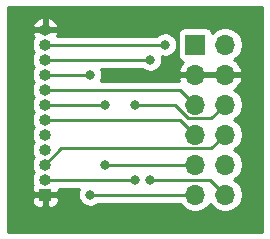
<source format=gbr>
%TF.GenerationSoftware,KiCad,Pcbnew,5.1.10*%
%TF.CreationDate,2021-12-30T18:02:29+01:00*%
%TF.ProjectId,Mini_SI4432_PMOD,4d696e69-5f53-4493-9434-33325f504d4f,rev?*%
%TF.SameCoordinates,Original*%
%TF.FileFunction,Copper,L1,Top*%
%TF.FilePolarity,Positive*%
%FSLAX46Y46*%
G04 Gerber Fmt 4.6, Leading zero omitted, Abs format (unit mm)*
G04 Created by KiCad (PCBNEW 5.1.10) date 2021-12-30 18:02:29*
%MOMM*%
%LPD*%
G01*
G04 APERTURE LIST*
%TA.AperFunction,ComponentPad*%
%ADD10O,1.700000X1.700000*%
%TD*%
%TA.AperFunction,ComponentPad*%
%ADD11R,1.700000X1.700000*%
%TD*%
%TA.AperFunction,ComponentPad*%
%ADD12O,1.000000X1.000000*%
%TD*%
%TA.AperFunction,ComponentPad*%
%ADD13R,1.000000X1.000000*%
%TD*%
%TA.AperFunction,ViaPad*%
%ADD14C,0.800000*%
%TD*%
%TA.AperFunction,Conductor*%
%ADD15C,0.250000*%
%TD*%
%TA.AperFunction,Conductor*%
%ADD16C,0.254000*%
%TD*%
%TA.AperFunction,Conductor*%
%ADD17C,0.100000*%
%TD*%
G04 APERTURE END LIST*
D10*
%TO.P,J2,12*%
%TO.N,nIRQ*%
X152400000Y-55880000D03*
%TO.P,J2,11*%
%TO.N,nCS*%
X149860000Y-55880000D03*
%TO.P,J2,10*%
%TO.N,nSD*%
X152400000Y-53340000D03*
%TO.P,J2,9*%
%TO.N,MOSI*%
X149860000Y-53340000D03*
%TO.P,J2,8*%
%TO.N,GPIO1*%
X152400000Y-50800000D03*
%TO.P,J2,7*%
%TO.N,MISO*%
X149860000Y-50800000D03*
%TO.P,J2,6*%
%TO.N,GPIO0*%
X152400000Y-48260000D03*
%TO.P,J2,5*%
%TO.N,SCK*%
X149860000Y-48260000D03*
%TO.P,J2,4*%
%TO.N,GND*%
X152400000Y-45720000D03*
%TO.P,J2,3*%
X149860000Y-45720000D03*
%TO.P,J2,2*%
%TO.N,VCC*%
X152400000Y-43180000D03*
D11*
%TO.P,J2,1*%
X149860000Y-43180000D03*
%TD*%
D12*
%TO.P,J1,12*%
%TO.N,GND*%
X137160000Y-41910000D03*
%TO.P,J1,11*%
%TO.N,nSD*%
X137160000Y-43180000D03*
%TO.P,J1,10*%
%TO.N,nIRQ*%
X137160000Y-44450000D03*
%TO.P,J1,9*%
%TO.N,nCS*%
X137160000Y-45720000D03*
%TO.P,J1,8*%
%TO.N,SCK*%
X137160000Y-46990000D03*
%TO.P,J1,7*%
%TO.N,MOSI*%
X137160000Y-48260000D03*
%TO.P,J1,6*%
%TO.N,MISO*%
X137160000Y-49530000D03*
%TO.P,J1,5*%
%TO.N,VCC*%
X137160000Y-50800000D03*
%TO.P,J1,4*%
%TO.N,GPIO2*%
X137160000Y-52070000D03*
%TO.P,J1,3*%
%TO.N,GPIO1*%
X137160000Y-53340000D03*
%TO.P,J1,2*%
%TO.N,GPIO0*%
X137160000Y-54610000D03*
D13*
%TO.P,J1,1*%
%TO.N,GND*%
X137160000Y-55880000D03*
%TD*%
D14*
%TO.N,nSD*%
X147320000Y-43180000D03*
%TO.N,nIRQ*%
X146050000Y-44450000D03*
X146050000Y-54610000D03*
%TO.N,nCS*%
X140970000Y-55880000D03*
X140970000Y-45720000D03*
%TO.N,MOSI*%
X142240000Y-48260000D03*
X142240000Y-53340000D03*
%TO.N,GPIO0*%
X144780000Y-54610000D03*
X144780000Y-48260000D03*
%TD*%
D15*
%TO.N,nSD*%
X137160000Y-43180000D02*
X147320000Y-43180000D01*
%TO.N,nIRQ*%
X137160000Y-44450000D02*
X146050000Y-44450000D01*
X151130000Y-54610000D02*
X152400000Y-55880000D01*
X146050000Y-54610000D02*
X151130000Y-54610000D01*
%TO.N,nCS*%
X149860000Y-55880000D02*
X140970000Y-55880000D01*
X137160000Y-45720000D02*
X140970000Y-45720000D01*
%TO.N,SCK*%
X148590000Y-46990000D02*
X149860000Y-48260000D01*
X137160000Y-46990000D02*
X148590000Y-46990000D01*
%TO.N,MOSI*%
X137160000Y-48260000D02*
X142240000Y-48260000D01*
X142240000Y-53340000D02*
X149860000Y-53340000D01*
%TO.N,MISO*%
X148590000Y-49530000D02*
X149860000Y-50800000D01*
X137160000Y-49530000D02*
X148590000Y-49530000D01*
%TO.N,GPIO1*%
X151224999Y-51975001D02*
X152400000Y-50800000D01*
X138524999Y-51975001D02*
X151224999Y-51975001D01*
X137160000Y-53340000D02*
X138524999Y-51975001D01*
%TO.N,GPIO0*%
X137160000Y-54610000D02*
X144780000Y-54610000D01*
X151224999Y-49435001D02*
X152400000Y-48260000D01*
X149295999Y-49435001D02*
X151224999Y-49435001D01*
X148120998Y-48260000D02*
X149295999Y-49435001D01*
X144780000Y-48260000D02*
X148120998Y-48260000D01*
%TD*%
D16*
%TO.N,GND*%
X155550000Y-59030000D02*
X134010000Y-59030000D01*
X134010000Y-56380000D01*
X136021928Y-56380000D01*
X136034188Y-56504482D01*
X136070498Y-56624180D01*
X136129463Y-56734494D01*
X136208815Y-56831185D01*
X136305506Y-56910537D01*
X136415820Y-56969502D01*
X136535518Y-57005812D01*
X136660000Y-57018072D01*
X136874250Y-57015000D01*
X137033000Y-56856250D01*
X137033000Y-56007000D01*
X137287000Y-56007000D01*
X137287000Y-56856250D01*
X137445750Y-57015000D01*
X137660000Y-57018072D01*
X137784482Y-57005812D01*
X137904180Y-56969502D01*
X138014494Y-56910537D01*
X138111185Y-56831185D01*
X138190537Y-56734494D01*
X138249502Y-56624180D01*
X138285812Y-56504482D01*
X138298072Y-56380000D01*
X138295000Y-56165750D01*
X138136250Y-56007000D01*
X137287000Y-56007000D01*
X137033000Y-56007000D01*
X136183750Y-56007000D01*
X136025000Y-56165750D01*
X136021928Y-56380000D01*
X134010000Y-56380000D01*
X134010000Y-55380000D01*
X136021928Y-55380000D01*
X136025000Y-55594250D01*
X136183750Y-55753000D01*
X137033000Y-55753000D01*
X137033000Y-55741974D01*
X137048212Y-55745000D01*
X137271788Y-55745000D01*
X137287000Y-55741974D01*
X137287000Y-55753000D01*
X138136250Y-55753000D01*
X138295000Y-55594250D01*
X138298072Y-55380000D01*
X138297087Y-55370000D01*
X140065987Y-55370000D01*
X140052795Y-55389744D01*
X139974774Y-55578102D01*
X139935000Y-55778061D01*
X139935000Y-55981939D01*
X139974774Y-56181898D01*
X140052795Y-56370256D01*
X140166063Y-56539774D01*
X140310226Y-56683937D01*
X140479744Y-56797205D01*
X140668102Y-56875226D01*
X140868061Y-56915000D01*
X141071939Y-56915000D01*
X141271898Y-56875226D01*
X141460256Y-56797205D01*
X141629774Y-56683937D01*
X141673711Y-56640000D01*
X148581822Y-56640000D01*
X148706525Y-56826632D01*
X148913368Y-57033475D01*
X149156589Y-57195990D01*
X149426842Y-57307932D01*
X149713740Y-57365000D01*
X150006260Y-57365000D01*
X150293158Y-57307932D01*
X150563411Y-57195990D01*
X150806632Y-57033475D01*
X151013475Y-56826632D01*
X151130000Y-56652240D01*
X151246525Y-56826632D01*
X151453368Y-57033475D01*
X151696589Y-57195990D01*
X151966842Y-57307932D01*
X152253740Y-57365000D01*
X152546260Y-57365000D01*
X152833158Y-57307932D01*
X153103411Y-57195990D01*
X153346632Y-57033475D01*
X153553475Y-56826632D01*
X153715990Y-56583411D01*
X153827932Y-56313158D01*
X153885000Y-56026260D01*
X153885000Y-55733740D01*
X153827932Y-55446842D01*
X153715990Y-55176589D01*
X153553475Y-54933368D01*
X153346632Y-54726525D01*
X153172240Y-54610000D01*
X153346632Y-54493475D01*
X153553475Y-54286632D01*
X153715990Y-54043411D01*
X153827932Y-53773158D01*
X153885000Y-53486260D01*
X153885000Y-53193740D01*
X153827932Y-52906842D01*
X153715990Y-52636589D01*
X153553475Y-52393368D01*
X153346632Y-52186525D01*
X153172240Y-52070000D01*
X153346632Y-51953475D01*
X153553475Y-51746632D01*
X153715990Y-51503411D01*
X153827932Y-51233158D01*
X153885000Y-50946260D01*
X153885000Y-50653740D01*
X153827932Y-50366842D01*
X153715990Y-50096589D01*
X153553475Y-49853368D01*
X153346632Y-49646525D01*
X153172240Y-49530000D01*
X153346632Y-49413475D01*
X153553475Y-49206632D01*
X153715990Y-48963411D01*
X153827932Y-48693158D01*
X153885000Y-48406260D01*
X153885000Y-48113740D01*
X153827932Y-47826842D01*
X153715990Y-47556589D01*
X153553475Y-47313368D01*
X153346632Y-47106525D01*
X153164466Y-46984805D01*
X153281355Y-46915178D01*
X153497588Y-46720269D01*
X153671641Y-46486920D01*
X153796825Y-46224099D01*
X153841476Y-46076890D01*
X153720155Y-45847000D01*
X152527000Y-45847000D01*
X152527000Y-45867000D01*
X152273000Y-45867000D01*
X152273000Y-45847000D01*
X149987000Y-45847000D01*
X149987000Y-45867000D01*
X149733000Y-45867000D01*
X149733000Y-45847000D01*
X148539845Y-45847000D01*
X148418524Y-46076890D01*
X148463175Y-46224099D01*
X148465986Y-46230000D01*
X141874013Y-46230000D01*
X141887205Y-46210256D01*
X141965226Y-46021898D01*
X142005000Y-45821939D01*
X142005000Y-45618061D01*
X141965226Y-45418102D01*
X141887205Y-45229744D01*
X141874013Y-45210000D01*
X145346289Y-45210000D01*
X145390226Y-45253937D01*
X145559744Y-45367205D01*
X145748102Y-45445226D01*
X145948061Y-45485000D01*
X146151939Y-45485000D01*
X146351898Y-45445226D01*
X146540256Y-45367205D01*
X146709774Y-45253937D01*
X146853937Y-45109774D01*
X146967205Y-44940256D01*
X147045226Y-44751898D01*
X147085000Y-44551939D01*
X147085000Y-44348061D01*
X147051961Y-44181961D01*
X147218061Y-44215000D01*
X147421939Y-44215000D01*
X147621898Y-44175226D01*
X147810256Y-44097205D01*
X147979774Y-43983937D01*
X148123937Y-43839774D01*
X148237205Y-43670256D01*
X148315226Y-43481898D01*
X148355000Y-43281939D01*
X148355000Y-43078061D01*
X148315226Y-42878102D01*
X148237205Y-42689744D01*
X148123937Y-42520226D01*
X147979774Y-42376063D01*
X147910836Y-42330000D01*
X148371928Y-42330000D01*
X148371928Y-44030000D01*
X148384188Y-44154482D01*
X148420498Y-44274180D01*
X148479463Y-44384494D01*
X148558815Y-44481185D01*
X148655506Y-44560537D01*
X148765820Y-44619502D01*
X148846466Y-44643966D01*
X148762412Y-44719731D01*
X148588359Y-44953080D01*
X148463175Y-45215901D01*
X148418524Y-45363110D01*
X148539845Y-45593000D01*
X149733000Y-45593000D01*
X149733000Y-45573000D01*
X149987000Y-45573000D01*
X149987000Y-45593000D01*
X152273000Y-45593000D01*
X152273000Y-45573000D01*
X152527000Y-45573000D01*
X152527000Y-45593000D01*
X153720155Y-45593000D01*
X153841476Y-45363110D01*
X153796825Y-45215901D01*
X153671641Y-44953080D01*
X153497588Y-44719731D01*
X153281355Y-44524822D01*
X153164466Y-44455195D01*
X153346632Y-44333475D01*
X153553475Y-44126632D01*
X153715990Y-43883411D01*
X153827932Y-43613158D01*
X153885000Y-43326260D01*
X153885000Y-43033740D01*
X153827932Y-42746842D01*
X153715990Y-42476589D01*
X153553475Y-42233368D01*
X153346632Y-42026525D01*
X153103411Y-41864010D01*
X152833158Y-41752068D01*
X152546260Y-41695000D01*
X152253740Y-41695000D01*
X151966842Y-41752068D01*
X151696589Y-41864010D01*
X151453368Y-42026525D01*
X151321513Y-42158380D01*
X151299502Y-42085820D01*
X151240537Y-41975506D01*
X151161185Y-41878815D01*
X151064494Y-41799463D01*
X150954180Y-41740498D01*
X150834482Y-41704188D01*
X150710000Y-41691928D01*
X149010000Y-41691928D01*
X148885518Y-41704188D01*
X148765820Y-41740498D01*
X148655506Y-41799463D01*
X148558815Y-41878815D01*
X148479463Y-41975506D01*
X148420498Y-42085820D01*
X148384188Y-42205518D01*
X148371928Y-42330000D01*
X147910836Y-42330000D01*
X147810256Y-42262795D01*
X147621898Y-42184774D01*
X147421939Y-42145000D01*
X147218061Y-42145000D01*
X147018102Y-42184774D01*
X146829744Y-42262795D01*
X146660226Y-42376063D01*
X146616289Y-42420000D01*
X138169424Y-42420000D01*
X138237446Y-42266864D01*
X138254119Y-42211874D01*
X138127954Y-42037000D01*
X137287000Y-42037000D01*
X137287000Y-42048026D01*
X137271788Y-42045000D01*
X137048212Y-42045000D01*
X137033000Y-42048026D01*
X137033000Y-42037000D01*
X136192046Y-42037000D01*
X136065881Y-42211874D01*
X136082554Y-42266864D01*
X136172877Y-42470206D01*
X136222353Y-42540342D01*
X136154176Y-42642376D01*
X136068617Y-42848933D01*
X136025000Y-43068212D01*
X136025000Y-43291788D01*
X136068617Y-43511067D01*
X136154176Y-43717624D01*
X136219241Y-43815000D01*
X136154176Y-43912376D01*
X136068617Y-44118933D01*
X136025000Y-44338212D01*
X136025000Y-44561788D01*
X136068617Y-44781067D01*
X136154176Y-44987624D01*
X136219241Y-45085000D01*
X136154176Y-45182376D01*
X136068617Y-45388933D01*
X136025000Y-45608212D01*
X136025000Y-45831788D01*
X136068617Y-46051067D01*
X136154176Y-46257624D01*
X136219241Y-46355000D01*
X136154176Y-46452376D01*
X136068617Y-46658933D01*
X136025000Y-46878212D01*
X136025000Y-47101788D01*
X136068617Y-47321067D01*
X136154176Y-47527624D01*
X136219241Y-47625000D01*
X136154176Y-47722376D01*
X136068617Y-47928933D01*
X136025000Y-48148212D01*
X136025000Y-48371788D01*
X136068617Y-48591067D01*
X136154176Y-48797624D01*
X136219241Y-48895000D01*
X136154176Y-48992376D01*
X136068617Y-49198933D01*
X136025000Y-49418212D01*
X136025000Y-49641788D01*
X136068617Y-49861067D01*
X136154176Y-50067624D01*
X136219241Y-50165000D01*
X136154176Y-50262376D01*
X136068617Y-50468933D01*
X136025000Y-50688212D01*
X136025000Y-50911788D01*
X136068617Y-51131067D01*
X136154176Y-51337624D01*
X136219241Y-51435000D01*
X136154176Y-51532376D01*
X136068617Y-51738933D01*
X136025000Y-51958212D01*
X136025000Y-52181788D01*
X136068617Y-52401067D01*
X136154176Y-52607624D01*
X136219241Y-52705000D01*
X136154176Y-52802376D01*
X136068617Y-53008933D01*
X136025000Y-53228212D01*
X136025000Y-53451788D01*
X136068617Y-53671067D01*
X136154176Y-53877624D01*
X136219241Y-53975000D01*
X136154176Y-54072376D01*
X136068617Y-54278933D01*
X136025000Y-54498212D01*
X136025000Y-54721788D01*
X136068617Y-54941067D01*
X136114888Y-55052774D01*
X136070498Y-55135820D01*
X136034188Y-55255518D01*
X136021928Y-55380000D01*
X134010000Y-55380000D01*
X134010000Y-41608126D01*
X136065881Y-41608126D01*
X136192046Y-41783000D01*
X137033000Y-41783000D01*
X137033000Y-40940871D01*
X137287000Y-40940871D01*
X137287000Y-41783000D01*
X138127954Y-41783000D01*
X138254119Y-41608126D01*
X138237446Y-41553136D01*
X138147123Y-41349794D01*
X138018865Y-41167980D01*
X137857601Y-41014682D01*
X137669529Y-40895790D01*
X137461876Y-40815874D01*
X137287000Y-40940871D01*
X137033000Y-40940871D01*
X136858124Y-40815874D01*
X136650471Y-40895790D01*
X136462399Y-41014682D01*
X136301135Y-41167980D01*
X136172877Y-41349794D01*
X136082554Y-41553136D01*
X136065881Y-41608126D01*
X134010000Y-41608126D01*
X134010000Y-40030000D01*
X155550001Y-40030000D01*
X155550000Y-59030000D01*
%TA.AperFunction,Conductor*%
D17*
G36*
X155550000Y-59030000D02*
G01*
X134010000Y-59030000D01*
X134010000Y-56380000D01*
X136021928Y-56380000D01*
X136034188Y-56504482D01*
X136070498Y-56624180D01*
X136129463Y-56734494D01*
X136208815Y-56831185D01*
X136305506Y-56910537D01*
X136415820Y-56969502D01*
X136535518Y-57005812D01*
X136660000Y-57018072D01*
X136874250Y-57015000D01*
X137033000Y-56856250D01*
X137033000Y-56007000D01*
X137287000Y-56007000D01*
X137287000Y-56856250D01*
X137445750Y-57015000D01*
X137660000Y-57018072D01*
X137784482Y-57005812D01*
X137904180Y-56969502D01*
X138014494Y-56910537D01*
X138111185Y-56831185D01*
X138190537Y-56734494D01*
X138249502Y-56624180D01*
X138285812Y-56504482D01*
X138298072Y-56380000D01*
X138295000Y-56165750D01*
X138136250Y-56007000D01*
X137287000Y-56007000D01*
X137033000Y-56007000D01*
X136183750Y-56007000D01*
X136025000Y-56165750D01*
X136021928Y-56380000D01*
X134010000Y-56380000D01*
X134010000Y-55380000D01*
X136021928Y-55380000D01*
X136025000Y-55594250D01*
X136183750Y-55753000D01*
X137033000Y-55753000D01*
X137033000Y-55741974D01*
X137048212Y-55745000D01*
X137271788Y-55745000D01*
X137287000Y-55741974D01*
X137287000Y-55753000D01*
X138136250Y-55753000D01*
X138295000Y-55594250D01*
X138298072Y-55380000D01*
X138297087Y-55370000D01*
X140065987Y-55370000D01*
X140052795Y-55389744D01*
X139974774Y-55578102D01*
X139935000Y-55778061D01*
X139935000Y-55981939D01*
X139974774Y-56181898D01*
X140052795Y-56370256D01*
X140166063Y-56539774D01*
X140310226Y-56683937D01*
X140479744Y-56797205D01*
X140668102Y-56875226D01*
X140868061Y-56915000D01*
X141071939Y-56915000D01*
X141271898Y-56875226D01*
X141460256Y-56797205D01*
X141629774Y-56683937D01*
X141673711Y-56640000D01*
X148581822Y-56640000D01*
X148706525Y-56826632D01*
X148913368Y-57033475D01*
X149156589Y-57195990D01*
X149426842Y-57307932D01*
X149713740Y-57365000D01*
X150006260Y-57365000D01*
X150293158Y-57307932D01*
X150563411Y-57195990D01*
X150806632Y-57033475D01*
X151013475Y-56826632D01*
X151130000Y-56652240D01*
X151246525Y-56826632D01*
X151453368Y-57033475D01*
X151696589Y-57195990D01*
X151966842Y-57307932D01*
X152253740Y-57365000D01*
X152546260Y-57365000D01*
X152833158Y-57307932D01*
X153103411Y-57195990D01*
X153346632Y-57033475D01*
X153553475Y-56826632D01*
X153715990Y-56583411D01*
X153827932Y-56313158D01*
X153885000Y-56026260D01*
X153885000Y-55733740D01*
X153827932Y-55446842D01*
X153715990Y-55176589D01*
X153553475Y-54933368D01*
X153346632Y-54726525D01*
X153172240Y-54610000D01*
X153346632Y-54493475D01*
X153553475Y-54286632D01*
X153715990Y-54043411D01*
X153827932Y-53773158D01*
X153885000Y-53486260D01*
X153885000Y-53193740D01*
X153827932Y-52906842D01*
X153715990Y-52636589D01*
X153553475Y-52393368D01*
X153346632Y-52186525D01*
X153172240Y-52070000D01*
X153346632Y-51953475D01*
X153553475Y-51746632D01*
X153715990Y-51503411D01*
X153827932Y-51233158D01*
X153885000Y-50946260D01*
X153885000Y-50653740D01*
X153827932Y-50366842D01*
X153715990Y-50096589D01*
X153553475Y-49853368D01*
X153346632Y-49646525D01*
X153172240Y-49530000D01*
X153346632Y-49413475D01*
X153553475Y-49206632D01*
X153715990Y-48963411D01*
X153827932Y-48693158D01*
X153885000Y-48406260D01*
X153885000Y-48113740D01*
X153827932Y-47826842D01*
X153715990Y-47556589D01*
X153553475Y-47313368D01*
X153346632Y-47106525D01*
X153164466Y-46984805D01*
X153281355Y-46915178D01*
X153497588Y-46720269D01*
X153671641Y-46486920D01*
X153796825Y-46224099D01*
X153841476Y-46076890D01*
X153720155Y-45847000D01*
X152527000Y-45847000D01*
X152527000Y-45867000D01*
X152273000Y-45867000D01*
X152273000Y-45847000D01*
X149987000Y-45847000D01*
X149987000Y-45867000D01*
X149733000Y-45867000D01*
X149733000Y-45847000D01*
X148539845Y-45847000D01*
X148418524Y-46076890D01*
X148463175Y-46224099D01*
X148465986Y-46230000D01*
X141874013Y-46230000D01*
X141887205Y-46210256D01*
X141965226Y-46021898D01*
X142005000Y-45821939D01*
X142005000Y-45618061D01*
X141965226Y-45418102D01*
X141887205Y-45229744D01*
X141874013Y-45210000D01*
X145346289Y-45210000D01*
X145390226Y-45253937D01*
X145559744Y-45367205D01*
X145748102Y-45445226D01*
X145948061Y-45485000D01*
X146151939Y-45485000D01*
X146351898Y-45445226D01*
X146540256Y-45367205D01*
X146709774Y-45253937D01*
X146853937Y-45109774D01*
X146967205Y-44940256D01*
X147045226Y-44751898D01*
X147085000Y-44551939D01*
X147085000Y-44348061D01*
X147051961Y-44181961D01*
X147218061Y-44215000D01*
X147421939Y-44215000D01*
X147621898Y-44175226D01*
X147810256Y-44097205D01*
X147979774Y-43983937D01*
X148123937Y-43839774D01*
X148237205Y-43670256D01*
X148315226Y-43481898D01*
X148355000Y-43281939D01*
X148355000Y-43078061D01*
X148315226Y-42878102D01*
X148237205Y-42689744D01*
X148123937Y-42520226D01*
X147979774Y-42376063D01*
X147910836Y-42330000D01*
X148371928Y-42330000D01*
X148371928Y-44030000D01*
X148384188Y-44154482D01*
X148420498Y-44274180D01*
X148479463Y-44384494D01*
X148558815Y-44481185D01*
X148655506Y-44560537D01*
X148765820Y-44619502D01*
X148846466Y-44643966D01*
X148762412Y-44719731D01*
X148588359Y-44953080D01*
X148463175Y-45215901D01*
X148418524Y-45363110D01*
X148539845Y-45593000D01*
X149733000Y-45593000D01*
X149733000Y-45573000D01*
X149987000Y-45573000D01*
X149987000Y-45593000D01*
X152273000Y-45593000D01*
X152273000Y-45573000D01*
X152527000Y-45573000D01*
X152527000Y-45593000D01*
X153720155Y-45593000D01*
X153841476Y-45363110D01*
X153796825Y-45215901D01*
X153671641Y-44953080D01*
X153497588Y-44719731D01*
X153281355Y-44524822D01*
X153164466Y-44455195D01*
X153346632Y-44333475D01*
X153553475Y-44126632D01*
X153715990Y-43883411D01*
X153827932Y-43613158D01*
X153885000Y-43326260D01*
X153885000Y-43033740D01*
X153827932Y-42746842D01*
X153715990Y-42476589D01*
X153553475Y-42233368D01*
X153346632Y-42026525D01*
X153103411Y-41864010D01*
X152833158Y-41752068D01*
X152546260Y-41695000D01*
X152253740Y-41695000D01*
X151966842Y-41752068D01*
X151696589Y-41864010D01*
X151453368Y-42026525D01*
X151321513Y-42158380D01*
X151299502Y-42085820D01*
X151240537Y-41975506D01*
X151161185Y-41878815D01*
X151064494Y-41799463D01*
X150954180Y-41740498D01*
X150834482Y-41704188D01*
X150710000Y-41691928D01*
X149010000Y-41691928D01*
X148885518Y-41704188D01*
X148765820Y-41740498D01*
X148655506Y-41799463D01*
X148558815Y-41878815D01*
X148479463Y-41975506D01*
X148420498Y-42085820D01*
X148384188Y-42205518D01*
X148371928Y-42330000D01*
X147910836Y-42330000D01*
X147810256Y-42262795D01*
X147621898Y-42184774D01*
X147421939Y-42145000D01*
X147218061Y-42145000D01*
X147018102Y-42184774D01*
X146829744Y-42262795D01*
X146660226Y-42376063D01*
X146616289Y-42420000D01*
X138169424Y-42420000D01*
X138237446Y-42266864D01*
X138254119Y-42211874D01*
X138127954Y-42037000D01*
X137287000Y-42037000D01*
X137287000Y-42048026D01*
X137271788Y-42045000D01*
X137048212Y-42045000D01*
X137033000Y-42048026D01*
X137033000Y-42037000D01*
X136192046Y-42037000D01*
X136065881Y-42211874D01*
X136082554Y-42266864D01*
X136172877Y-42470206D01*
X136222353Y-42540342D01*
X136154176Y-42642376D01*
X136068617Y-42848933D01*
X136025000Y-43068212D01*
X136025000Y-43291788D01*
X136068617Y-43511067D01*
X136154176Y-43717624D01*
X136219241Y-43815000D01*
X136154176Y-43912376D01*
X136068617Y-44118933D01*
X136025000Y-44338212D01*
X136025000Y-44561788D01*
X136068617Y-44781067D01*
X136154176Y-44987624D01*
X136219241Y-45085000D01*
X136154176Y-45182376D01*
X136068617Y-45388933D01*
X136025000Y-45608212D01*
X136025000Y-45831788D01*
X136068617Y-46051067D01*
X136154176Y-46257624D01*
X136219241Y-46355000D01*
X136154176Y-46452376D01*
X136068617Y-46658933D01*
X136025000Y-46878212D01*
X136025000Y-47101788D01*
X136068617Y-47321067D01*
X136154176Y-47527624D01*
X136219241Y-47625000D01*
X136154176Y-47722376D01*
X136068617Y-47928933D01*
X136025000Y-48148212D01*
X136025000Y-48371788D01*
X136068617Y-48591067D01*
X136154176Y-48797624D01*
X136219241Y-48895000D01*
X136154176Y-48992376D01*
X136068617Y-49198933D01*
X136025000Y-49418212D01*
X136025000Y-49641788D01*
X136068617Y-49861067D01*
X136154176Y-50067624D01*
X136219241Y-50165000D01*
X136154176Y-50262376D01*
X136068617Y-50468933D01*
X136025000Y-50688212D01*
X136025000Y-50911788D01*
X136068617Y-51131067D01*
X136154176Y-51337624D01*
X136219241Y-51435000D01*
X136154176Y-51532376D01*
X136068617Y-51738933D01*
X136025000Y-51958212D01*
X136025000Y-52181788D01*
X136068617Y-52401067D01*
X136154176Y-52607624D01*
X136219241Y-52705000D01*
X136154176Y-52802376D01*
X136068617Y-53008933D01*
X136025000Y-53228212D01*
X136025000Y-53451788D01*
X136068617Y-53671067D01*
X136154176Y-53877624D01*
X136219241Y-53975000D01*
X136154176Y-54072376D01*
X136068617Y-54278933D01*
X136025000Y-54498212D01*
X136025000Y-54721788D01*
X136068617Y-54941067D01*
X136114888Y-55052774D01*
X136070498Y-55135820D01*
X136034188Y-55255518D01*
X136021928Y-55380000D01*
X134010000Y-55380000D01*
X134010000Y-41608126D01*
X136065881Y-41608126D01*
X136192046Y-41783000D01*
X137033000Y-41783000D01*
X137033000Y-40940871D01*
X137287000Y-40940871D01*
X137287000Y-41783000D01*
X138127954Y-41783000D01*
X138254119Y-41608126D01*
X138237446Y-41553136D01*
X138147123Y-41349794D01*
X138018865Y-41167980D01*
X137857601Y-41014682D01*
X137669529Y-40895790D01*
X137461876Y-40815874D01*
X137287000Y-40940871D01*
X137033000Y-40940871D01*
X136858124Y-40815874D01*
X136650471Y-40895790D01*
X136462399Y-41014682D01*
X136301135Y-41167980D01*
X136172877Y-41349794D01*
X136082554Y-41553136D01*
X136065881Y-41608126D01*
X134010000Y-41608126D01*
X134010000Y-40030000D01*
X155550001Y-40030000D01*
X155550000Y-59030000D01*
G37*
%TD.AperFunction*%
%TD*%
M02*

</source>
